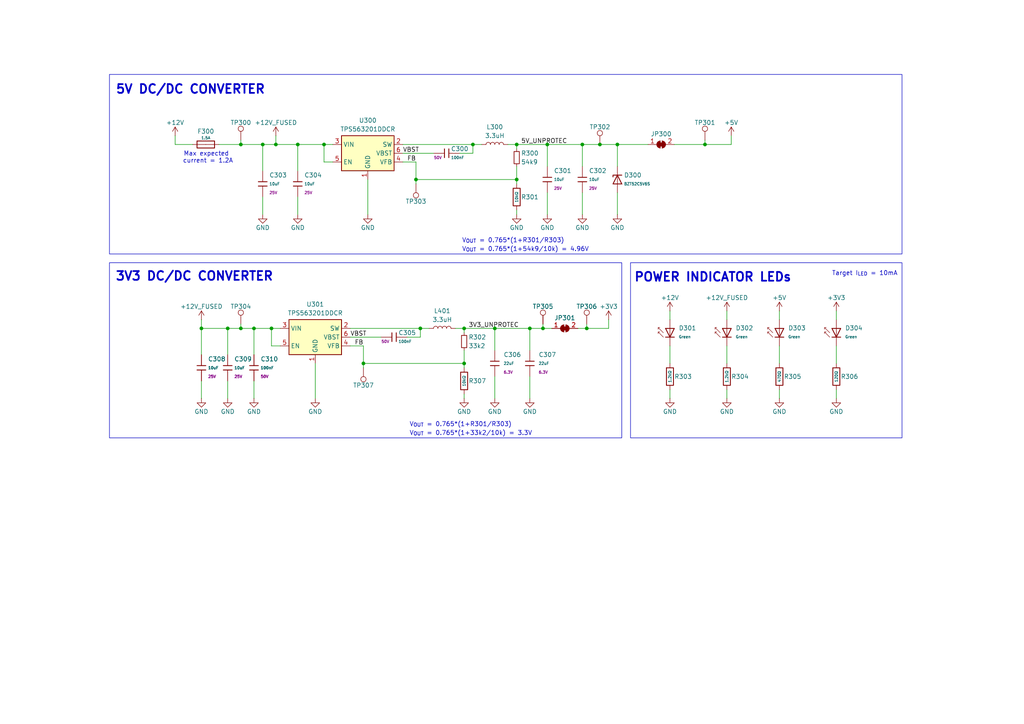
<source format=kicad_sch>
(kicad_sch (version 20231120) (generator "eeschema") (generator_version "8.0")
  (paper "A4")
  (title_block (title "ModuCard base module") (date "2024-12-23") (rev "1.0.0") (company "KoNaR") (comment 1 "Base project authors: Dominik Pluta, Artem Horiunov") (comment 2 "Project author: <author>"))
  (junction (at 86.36 41.91))
  (junction (at 179.07 41.91))
  (junction (at 170.18 95.25))
  (junction (at 73.66 95.25))
  (junction (at 157.48 95.25))
  (junction (at 134.62 95.25))
  (junction (at 93.98 41.91))
  (junction (at 69.85 95.25))
  (junction (at 76.2 41.91))
  (junction (at 78.74 95.25))
  (junction (at 149.86 41.91))
  (junction (at 58.42 95.25))
  (junction (at 66.04 95.25))
  (junction (at 149.86 52.07))
  (junction (at 137.16 41.91))
  (junction (at 168.91 41.91))
  (junction (at 173.99 41.91))
  (junction (at 120.65 52.07))
  (junction (at 153.67 95.25))
  (junction (at 134.62 105.41))
  (junction (at 143.51 95.25))
  (junction (at 80.01 41.91))
  (junction (at 105.41 105.41))
  (junction (at 121.92 95.25))
  (junction (at 204.47 41.91))
  (junction (at 158.75 41.91))
  (junction (at 69.85 41.91))
  (wire (pts (xy 167.64 95.25) (xy 170.18 95.25)))
  (wire (pts (xy 120.65 53.34) (xy 120.65 52.07)))
  (wire (pts (xy 149.86 62.23) (xy 149.86 60.96)))
  (wire (pts (xy 118.11 97.79) (xy 121.92 97.79)))
  (wire (pts (xy 134.62 95.25) (xy 143.51 95.25)))
  (wire (pts (xy 194.31 113.03) (xy 194.31 115.57)))
  (wire (pts (xy 134.62 101.6) (xy 134.62 105.41)))
  (wire (pts (xy 242.57 92.71) (xy 242.57 90.17)))
  (wire (pts (xy 226.06 113.03) (xy 226.06 115.57)))
  (wire (pts (xy 86.36 41.91) (xy 93.98 41.91)))
  (wire (pts (xy 168.91 41.91) (xy 173.99 41.91)))
  (wire (pts (xy 91.44 105.41) (xy 91.44 115.57)))
  (wire (pts (xy 69.85 93.98) (xy 69.85 95.25)))
  (wire (pts (xy 58.42 95.25) (xy 66.04 95.25)))
  (wire (pts (xy 226.06 92.71) (xy 226.06 90.17)))
  (wire (pts (xy 120.65 46.99) (xy 120.65 52.07)))
  (wire (pts (xy 194.31 105.41) (xy 194.31 100.33)))
  (wire (pts (xy 58.42 95.25) (xy 58.42 102.87)))
  (wire (pts (xy 69.85 40.64) (xy 69.85 41.91)))
  (wire (pts (xy 116.84 46.99) (xy 120.65 46.99)))
  (wire (pts (xy 101.6 95.25) (xy 121.92 95.25)))
  (wire (pts (xy 134.62 96.52) (xy 134.62 95.25)))
  (wire (pts (xy 133.35 44.45) (xy 137.16 44.45)))
  (wire (pts (xy 157.48 95.25) (xy 160.02 95.25)))
  (wire (pts (xy 157.48 93.98) (xy 157.48 95.25)))
  (wire (pts (xy 170.18 95.25) (xy 176.53 95.25)))
  (wire (pts (xy 116.84 41.91) (xy 137.16 41.91)))
  (wire (pts (xy 66.04 95.25) (xy 69.85 95.25)))
  (wire (pts (xy 73.66 95.25) (xy 73.66 102.87)))
  (wire (pts (xy 179.07 55.88) (xy 179.07 62.23)))
  (wire (pts (xy 121.92 97.79) (xy 121.92 95.25)))
  (wire (pts (xy 78.74 95.25) (xy 81.28 95.25)))
  (wire (pts (xy 116.84 44.45) (xy 125.73 44.45)))
  (wire (pts (xy 134.62 115.57) (xy 134.62 114.3)))
  (wire (pts (xy 210.82 113.03) (xy 210.82 115.57)))
  (wire (pts (xy 69.85 41.91) (xy 76.2 41.91)))
  (wire (pts (xy 66.04 110.49) (xy 66.04 115.57)))
  (wire (pts (xy 106.68 52.07) (xy 106.68 62.23)))
  (wire (pts (xy 143.51 95.25) (xy 153.67 95.25)))
  (wire (pts (xy 210.82 92.71) (xy 210.82 90.17)))
  (wire (pts (xy 168.91 41.91) (xy 168.91 48.26)))
  (wire (pts (xy 73.66 110.49) (xy 73.66 115.57)))
  (wire (pts (xy 194.31 92.71) (xy 194.31 90.17)))
  (wire (pts (xy 105.41 105.41) (xy 134.62 105.41)))
  (wire (pts (xy 50.8 41.91) (xy 55.88 41.91)))
  (wire (pts (xy 137.16 41.91) (xy 139.7 41.91)))
  (wire (pts (xy 101.6 100.33) (xy 105.41 100.33)))
  (wire (pts (xy 134.62 105.41) (xy 134.62 106.68)))
  (wire (pts (xy 50.8 39.37) (xy 50.8 41.91)))
  (wire (pts (xy 80.01 39.37) (xy 80.01 41.91)))
  (wire (pts (xy 168.91 55.88) (xy 168.91 62.23)))
  (wire (pts (xy 101.6 97.79) (xy 110.49 97.79)))
  (wire (pts (xy 105.41 100.33) (xy 105.41 105.41)))
  (wire (pts (xy 132.08 95.25) (xy 134.62 95.25)))
  (wire (pts (xy 149.86 41.91) (xy 158.75 41.91)))
  (wire (pts (xy 176.53 92.71) (xy 176.53 95.25)))
  (wire (pts (xy 73.66 95.25) (xy 78.74 95.25)))
  (wire (pts (xy 143.51 95.25) (xy 143.51 101.6)))
  (wire (pts (xy 204.47 40.64) (xy 204.47 41.91)))
  (wire (pts (xy 93.98 41.91) (xy 96.52 41.91)))
  (wire (pts (xy 179.07 41.91) (xy 179.07 48.26)))
  (wire (pts (xy 173.99 41.91) (xy 179.07 41.91)))
  (wire (pts (xy 158.75 55.88) (xy 158.75 62.23)))
  (wire (pts (xy 137.16 44.45) (xy 137.16 41.91)))
  (wire (pts (xy 149.86 43.18) (xy 149.86 41.91)))
  (wire (pts (xy 242.57 100.33) (xy 242.57 105.41)))
  (wire (pts (xy 58.42 92.71) (xy 58.42 95.25)))
  (wire (pts (xy 226.06 105.41) (xy 226.06 100.33)))
  (wire (pts (xy 76.2 41.91) (xy 80.01 41.91)))
  (wire (pts (xy 120.65 52.07) (xy 149.86 52.07)))
  (wire (pts (xy 121.92 95.25) (xy 124.46 95.25)))
  (wire (pts (xy 86.36 41.91) (xy 86.36 49.53)))
  (wire (pts (xy 153.67 95.25) (xy 153.67 101.6)))
  (wire (pts (xy 69.85 95.25) (xy 73.66 95.25)))
  (wire (pts (xy 80.01 41.91) (xy 86.36 41.91)))
  (wire (pts (xy 63.5 41.91) (xy 69.85 41.91)))
  (wire (pts (xy 153.67 109.22) (xy 153.67 115.57)))
  (wire (pts (xy 143.51 109.22) (xy 143.51 115.57)))
  (wire (pts (xy 86.36 57.15) (xy 86.36 62.23)))
  (wire (pts (xy 78.74 95.25) (xy 78.74 100.33)))
  (wire (pts (xy 158.75 41.91) (xy 168.91 41.91)))
  (wire (pts (xy 93.98 41.91) (xy 93.98 46.99)))
  (wire (pts (xy 149.86 52.07) (xy 149.86 53.34)))
  (wire (pts (xy 76.2 41.91) (xy 76.2 49.53)))
  (wire (pts (xy 242.57 113.03) (xy 242.57 115.57)))
  (wire (pts (xy 147.32 41.91) (xy 149.86 41.91)))
  (wire (pts (xy 210.82 105.41) (xy 210.82 100.33)))
  (wire (pts (xy 179.07 41.91) (xy 187.96 41.91)))
  (wire (pts (xy 204.47 41.91) (xy 212.09 41.91)))
  (wire (pts (xy 66.04 95.25) (xy 66.04 102.87)))
  (wire (pts (xy 153.67 95.25) (xy 157.48 95.25)))
  (wire (pts (xy 93.98 46.99) (xy 96.52 46.99)))
  (wire (pts (xy 105.41 106.68) (xy 105.41 105.41)))
  (wire (pts (xy 78.74 100.33) (xy 81.28 100.33)))
  (wire (pts (xy 76.2 57.15) (xy 76.2 62.23)))
  (wire (pts (xy 195.58 41.91) (xy 204.47 41.91)))
  (wire (pts (xy 149.86 48.26) (xy 149.86 52.07)))
  (wire (pts (xy 170.18 93.98) (xy 170.18 95.25)))
  (wire (pts (xy 212.09 39.37) (xy 212.09 41.91)))
  (wire (pts (xy 158.75 41.91) (xy 158.75 48.26)))
  (wire (pts (xy 58.42 110.49) (xy 58.42 115.57)))
  (rectangle (start 31.75 76.2) (end 180.34 127))
  (rectangle (start 182.88 76.2) (end 261.62 127))
  (rectangle (start 31.75 21.59) (end 261.62 73.66))
  (text "Target I_{LED} = 10mA" (at 250.825 79.375 0) (effects (font (size 1.27 1.27))))
  (text "V_{OUT} = 0.765*(1+33k2/10k) = 3.3V" (at 118.745 125.73 0) (effects (font (size 1.27 1.27)) (justify left)))
  (text "Max expected \ncurrent = 1.2A" (at 60.325 45.72 0) (effects (font (size 1.27 1.27))))
  (text "POWER INDICATOR LEDs" (at 206.756 80.518 0) (effects (font (size 2.54 2.54) (thickness 0.508) (bold yes))))
  (text "V_{OUT} = 0.765*(1+R301/R303)" (at 118.745 123.19 0) (effects (font (size 1.27 1.27)) (justify left)))
  (text "V_{OUT} = 0.765*(1+R301/R303)" (at 133.985 69.85 0) (effects (font (size 1.27 1.27)) (justify left)))
  (text "5V DC/DC CONVERTER" (at 55.245 26.035 0) (effects (font (size 2.54 2.54) (thickness 0.508) (bold yes))))
  (text "V_{OUT} = 0.765*(1+54k9/10k) = 4.96V" (at 133.985 72.39 0) (effects (font (size 1.27 1.27)) (justify left)))
  (text "3V3 DC/DC CONVERTER" (at 56.388 80.264 0) (effects (font (size 2.54 2.54) (thickness 0.508) (bold yes))))
  (label "3V3_UNPROTEC" (at 135.89 95.25 0))
  (label "5V_UNPROTEC" (at 151.13 41.91 0))
  (label "FB" (at 105.41 100.33 180))
  (label "VBST" (at 101.6 97.79 0))
  (label "FB" (at 120.65 46.99 180))
  (label "VBST" (at 116.84 44.45 0))
  (symbol (lib_id "power:GND") (at 158.75 62.23 0) (unit 1)
    (property "Reference" "#PWR0307" (effects (hide yes)))
    (property "Value" "GND" (at 158.75 66.04 0))
    (property "Description" "Power symbol creates a global label with name \"GND\" , ground" (effects (hide yes)))
  )
  (symbol (lib_id "PCM_JLCPCB-Capacitors:0603,10uF,(2)") (at 66.04 106.68 0) (unit 1)
    (property "Reference" "C309" (at 67.945 104.14 0) (effects (justify left)))
    (property "Value" "10uF" (at 67.945 106.6801 0) (effects (font (size 0.8 0.8)) (justify left)))
    (property "Footprint" "PCM_JLCPCB:C_0603" (effects (hide yes)))
    (property "Datasheet" "https://www.lcsc.com/datasheet/lcsc_datasheet_2304140030_Samsung-Electro-Mechanics-CL10A106MA8NRNC_C96446.pdf" (effects (hide yes)))
    (property "Description" "25V 10uF X5R ±20% 0603 Multilayer Ceramic Capacitors MLCC - SMD/SMT ROHS" (effects (hide yes)))
    (property "LCSC" "C96446" (effects (hide yes)))
    (property "Stock" "4293394" (effects (hide yes)))
    (property "Price" "0.017USD" (effects (hide yes)))
    (property "Process" "SMT" (effects (hide yes)))
    (property "Minimum Qty" "20" (effects (hide yes)))
    (property "Attrition Qty" "8" (effects (hide yes)))
    (property "Class" "Basic Component" (effects (hide yes)))
    (property "Category" "Capacitors,Multilayer Ceramic Capacitors MLCC - SMD/SMT" (effects (hide yes)))
    (property "Manufacturer" "Samsung Electro-Mechanics" (effects (hide yes)))
    (property "Part" "CL10A106MA8NRNC" (effects (hide yes)))
    (property "Voltage Rated" "25V" (at 67.945 109.2201 0) (effects (font (size 0.8 0.8)) (justify left)))
    (property "Tolerance" "±20%" (effects (hide yes)))
    (property "Capacitance" "10uF" (effects (hide yes)))
    (property "Temperature Coefficient" "X5R" (effects (hide yes)))
  )
  (symbol (lib_id "Connector:TestPoint") (at 120.65 53.34 180) (unit 1)
    (property "Reference" "TP303" (at 120.65 58.42 0))
    (property "Value" "Buck Feedback" (effects (hide yes)))
    (property "Description" "test point" (effects (hide yes)))
  )
  (symbol (lib_id "power:+12V") (at 80.01 39.37 0) (unit 1)
    (property "Reference" "#PWR0301" (effects (hide yes)))
    (property "Value" "+12V_FUSED" (at 80.01 35.56 0))
    (property "Description" "Power symbol creates a global label with name \"+12V\"" (effects (hide yes)))
  )
  (symbol (lib_id "Regulator_Switching:TPS563200") (at 91.44 97.79 0) (unit 1)
    (property "Reference" "U301" (at 91.44 88.265 0))
    (property "Value" "TPS563201DDCR" (at 91.44 90.805 0))
    (property "Footprint" "Package_TO_SOT_SMD:SOT-23-6" (effects (hide yes)))
    (property "Datasheet" "http://www.ti.com/lit/ds/symlink/tps563200.pdf" (effects (hide yes)))
    (property "Description" "3A Synchronous Step-Down Voltage Regulator, Adjustable Output Voltage, 4.5-17V Input Voltage, SOT-23-6" (effects (hide yes)))
  )
  (symbol (lib_id "PCM_JLCPCB-Capacitors:0603,10uF,(2)") (at 58.42 106.68 0) (unit 1)
    (property "Reference" "C308" (at 60.325 104.14 0) (effects (justify left)))
    (property "Value" "10uF" (at 60.325 106.6801 0) (effects (font (size 0.8 0.8)) (justify left)))
    (property "Footprint" "PCM_JLCPCB:C_0603" (effects (hide yes)))
    (property "Datasheet" "https://www.lcsc.com/datasheet/lcsc_datasheet_2304140030_Samsung-Electro-Mechanics-CL10A106MA8NRNC_C96446.pdf" (effects (hide yes)))
    (property "Description" "25V 10uF X5R ±20% 0603 Multilayer Ceramic Capacitors MLCC - SMD/SMT ROHS" (effects (hide yes)))
    (property "LCSC" "C96446" (effects (hide yes)))
    (property "Stock" "4293394" (effects (hide yes)))
    (property "Price" "0.017USD" (effects (hide yes)))
    (property "Process" "SMT" (effects (hide yes)))
    (property "Minimum Qty" "20" (effects (hide yes)))
    (property "Attrition Qty" "8" (effects (hide yes)))
    (property "Class" "Basic Component" (effects (hide yes)))
    (property "Category" "Capacitors,Multilayer Ceramic Capacitors MLCC - SMD/SMT" (effects (hide yes)))
    (property "Manufacturer" "Samsung Electro-Mechanics" (effects (hide yes)))
    (property "Part" "CL10A106MA8NRNC" (effects (hide yes)))
    (property "Voltage Rated" "25V" (at 60.325 109.2201 0) (effects (font (size 0.8 0.8)) (justify left)))
    (property "Tolerance" "±20%" (effects (hide yes)))
    (property "Capacitance" "10uF" (effects (hide yes)))
    (property "Temperature Coefficient" "X5R" (effects (hide yes)))
  )
  (symbol (lib_id "Connector:TestPoint") (at 69.85 40.64 0) (unit 1)
    (property "Reference" "TP300" (at 69.85 35.56 0))
    (property "Value" "TestPoint" (effects (hide yes)))
    (property "Footprint" "TestPoint:TestPoint_Pad_D1.0mm" (effects (hide yes)))
    (property "Description" "test point" (effects (hide yes)))
  )
  (symbol (lib_id "PCM_JLCPCB-Diodes:LED,0603,Green") (at 194.31 96.52 0) (unit 1)
    (property "Reference" "D301" (at 196.85 95.1546 0) (effects (justify left)))
    (property "Value" "Green" (at 196.85 97.6947 0) (effects (font (size 0.8 0.8)) (justify left)))
    (property "Footprint" "PCM_JLCPCB:D_0603" (effects (hide yes)))
    (property "Datasheet" "https://wmsc.lcsc.com/wmsc/upload/file/pdf/v2/lcsc/2207051802_Everlight-Elec-19-217-GHC-YR1S2-6T_C2986059.pdf" (effects (hide yes)))
    (property "Description" "0603 LED Indication - Discrete ROHS" (effects (hide yes)))
    (property "LCSC" "C2986059" (effects (hide yes)))
    (property "Stock" "229216" (effects (hide yes)))
    (property "Price" "0.022USD" (effects (hide yes)))
    (property "Process" "SMT" (effects (hide yes)))
    (property "Minimum Qty" "20" (effects (hide yes)))
    (property "Attrition Qty" "8" (effects (hide yes)))
    (property "Class" "Preferred Component" (effects (hide yes)))
    (property "Category" "Optocoupler/LED/Digital Tube/Photoelectric Device,Light Emitting Diodes (LED)" (effects (hide yes)))
    (property "Manufacturer" "Everlight Elec" (effects (hide yes)))
    (property "Part" "19-217/GHC-YR1S2/6T" (effects (hide yes)))
  )
  (symbol (lib_id "power:GND") (at 179.07 62.23 0) (unit 1)
    (property "Reference" "#PWR0309" (effects (hide yes)))
    (property "Value" "GND" (at 179.07 66.04 0))
    (property "Description" "Power symbol creates a global label with name \"GND\" , ground" (effects (hide yes)))
  )
  (symbol (lib_id "power:+12V") (at 210.82 90.17 0) (unit 1)
    (property "Reference" "#PWR0311" (effects (hide yes)))
    (property "Value" "+12V_FUSED" (at 210.82 86.36 0))
    (property "Description" "Power symbol creates a global label with name \"+12V\"" (effects (hide yes)))
  )
  (symbol (lib_id "power:GND") (at 106.68 62.23 0) (unit 1)
    (property "Reference" "#PWR0305" (effects (hide yes)))
    (property "Value" "GND" (at 106.68 66.04 0))
    (property "Description" "Power symbol creates a global label with name \"GND\" , ground" (effects (hide yes)))
  )
  (symbol (lib_id "PCM_JLCPCB-Capacitors:0603,10uF,(2)") (at 76.2 53.34 0) (unit 1)
    (property "Reference" "C303" (at 78.105 50.8 0) (effects (justify left)))
    (property "Value" "10uF" (at 78.105 53.3401 0) (effects (font (size 0.8 0.8)) (justify left)))
    (property "Footprint" "PCM_JLCPCB:C_0603" (effects (hide yes)))
    (property "Datasheet" "https://www.lcsc.com/datasheet/lcsc_datasheet_2304140030_Samsung-Electro-Mechanics-CL10A106MA8NRNC_C96446.pdf" (effects (hide yes)))
    (property "Description" "25V 10uF X5R ±20% 0603 Multilayer Ceramic Capacitors MLCC - SMD/SMT ROHS" (effects (hide yes)))
    (property "LCSC" "C96446" (effects (hide yes)))
    (property "Stock" "4293394" (effects (hide yes)))
    (property "Price" "0.017USD" (effects (hide yes)))
    (property "Process" "SMT" (effects (hide yes)))
    (property "Minimum Qty" "20" (effects (hide yes)))
    (property "Attrition Qty" "8" (effects (hide yes)))
    (property "Class" "Basic Component" (effects (hide yes)))
    (property "Category" "Capacitors,Multilayer Ceramic Capacitors MLCC - SMD/SMT" (effects (hide yes)))
    (property "Manufacturer" "Samsung Electro-Mechanics" (effects (hide yes)))
    (property "Part" "CL10A106MA8NRNC" (effects (hide yes)))
    (property "Voltage Rated" "25V" (at 78.105 55.8801 0) (effects (font (size 0.8 0.8)) (justify left)))
    (property "Tolerance" "±20%" (effects (hide yes)))
    (property "Capacitance" "10uF" (effects (hide yes)))
    (property "Temperature Coefficient" "X5R" (effects (hide yes)))
  )
  (symbol (lib_id "PCM_JLCPCB-Capacitors:0402,100nF,(2)") (at 114.3 97.79 90) (unit 1)
    (property "Reference" "C305" (at 118.11 96.52 90))
    (property "Value" "100nF" (at 117.475 99.06 90) (effects (font (size 0.8 0.8))))
    (property "Footprint" "PCM_JLCPCB:C_0402" (effects (hide yes)))
    (property "Datasheet" "https://www.lcsc.com/datasheet/lcsc_datasheet_2304140030_Samsung-Electro-Mechanics-CL05B104KB54PNC_C307331.pdf" (effects (hide yes)))
    (property "Description" "50V 100nF X7R ±10% 0402 Multilayer Ceramic Capacitors MLCC - SMD/SMT ROHS" (effects (hide yes)))
    (property "LCSC" "C307331" (effects (hide yes)))
    (property "Stock" "5427590" (effects (hide yes)))
    (property "Price" "0.008USD" (effects (hide yes)))
    (property "Process" "SMT" (effects (hide yes)))
    (property "Minimum Qty" "20" (effects (hide yes)))
    (property "Attrition Qty" "10" (effects (hide yes)))
    (property "Class" "Basic Component" (effects (hide yes)))
    (property "Category" "Capacitors,Multilayer Ceramic Capacitors MLCC - SMD/SMT" (effects (hide yes)))
    (property "Manufacturer" "Samsung Electro-Mechanics" (effects (hide yes)))
    (property "Part" "CL05B104KB54PNC" (effects (hide yes)))
    (property "Voltage Rated" "50V" (at 111.76 99.06 90) (effects (font (size 0.8 0.8))))
    (property "Tolerance" "±10%" (effects (hide yes)))
    (property "Capacitance" "100nF" (effects (hide yes)))
    (property "Temperature Coefficient" "X7R" (effects (hide yes)))
  )
  (symbol (lib_id "Connector:TestPoint") (at 204.47 40.64 0) (unit 1)
    (property "Reference" "TP301" (at 204.47 35.56 0))
    (property "Value" "TestPoint" (effects (hide yes)))
    (property "Footprint" "TestPoint:TestPoint_Pad_D1.0mm" (effects (hide yes)))
    (property "Description" "test point" (effects (hide yes)))
  )
  (symbol (lib_id "power:+12V") (at 58.42 92.71 0) (unit 1)
    (property "Reference" "#PWR0314" (effects (hide yes)))
    (property "Value" "+12V_FUSED" (at 58.42 88.9 0))
    (property "Description" "Power symbol creates a global label with name \"+12V\"" (effects (hide yes)))
  )
  (symbol (lib_id "PCM_JLCPCB-Capacitors:0402,100nF,(2)") (at 73.66 106.68 180) (unit 1)
    (property "Reference" "C310" (at 75.565 104.14 0) (effects (justify right)))
    (property "Value" "100nF" (at 75.565 106.68 0) (effects (font (size 0.8 0.8)) (justify right)))
    (property "Footprint" "PCM_JLCPCB:C_0402" (effects (hide yes)))
    (property "Datasheet" "https://www.lcsc.com/datasheet/lcsc_datasheet_2304140030_Samsung-Electro-Mechanics-CL05B104KB54PNC_C307331.pdf" (effects (hide yes)))
    (property "Description" "50V 100nF X7R ±10% 0402 Multilayer Ceramic Capacitors MLCC - SMD/SMT ROHS" (effects (hide yes)))
    (property "LCSC" "C307331" (effects (hide yes)))
    (property "Stock" "5427590" (effects (hide yes)))
    (property "Price" "0.008USD" (effects (hide yes)))
    (property "Process" "SMT" (effects (hide yes)))
    (property "Minimum Qty" "20" (effects (hide yes)))
    (property "Attrition Qty" "10" (effects (hide yes)))
    (property "Class" "Basic Component" (effects (hide yes)))
    (property "Category" "Capacitors,Multilayer Ceramic Capacitors MLCC - SMD/SMT" (effects (hide yes)))
    (property "Manufacturer" "Samsung Electro-Mechanics" (effects (hide yes)))
    (property "Part" "CL05B104KB54PNC" (effects (hide yes)))
    (property "Voltage Rated" "50V" (at 75.565 109.22 0) (effects (font (size 0.8 0.8)) (justify right)))
    (property "Tolerance" "±10%" (effects (hide yes)))
    (property "Capacitance" "100nF" (effects (hide yes)))
    (property "Temperature Coefficient" "X7R" (effects (hide yes)))
  )
  (symbol (lib_id "Device:L") (at 128.27 95.25 90) (unit 1)
    (property "Reference" "L401" (at 128.27 90.17 90))
    (property "Value" "3.3uH" (at 128.27 92.71 90))
    (property "Footprint" "Inductor_SMD:L_Changjiang_FXL0420" (effects (hide yes)))
    (property "Description" "DMBJ CXP0420-3R3M-AG(3.3UH)" (effects (hide yes)))
  )
  (symbol (lib_id "power:GND") (at 242.57 115.57 0) (unit 1)
    (property "Reference" "#PWR0326" (effects (hide yes)))
    (property "Value" "GND" (at 242.57 119.38 0))
    (property "Description" "Power symbol creates a global label with name \"GND\" , ground" (effects (hide yes)))
  )
  (symbol (lib_id "power:+12V") (at 194.31 90.17 0) (unit 1)
    (property "Reference" "#PWR0310" (effects (hide yes)))
    (property "Value" "+12V" (at 194.31 86.36 0))
    (property "Description" "Power symbol creates a global label with name \"+12V\"" (effects (hide yes)))
  )
  (symbol (lib_id "power:GND") (at 194.31 115.57 0) (unit 1)
    (property "Reference" "#PWR0323" (effects (hide yes)))
    (property "Value" "GND" (at 194.31 119.38 0))
    (property "Description" "Power symbol creates a global label with name \"GND\" , ground" (effects (hide yes)))
  )
  (symbol (lib_id "power:GND") (at 168.91 62.23 0) (unit 1)
    (property "Reference" "#PWR0308" (effects (hide yes)))
    (property "Value" "GND" (at 168.91 66.04 0))
    (property "Description" "Power symbol creates a global label with name \"GND\" , ground" (effects (hide yes)))
  )
  (symbol (lib_id "Jumper:SolderJumper_2_Bridged") (at 163.83 95.25 0) (unit 1)
    (property "Reference" "JP301" (at 163.83 92.202 0))
    (property "Value" "Test Buck Vout" (effects (hide yes)))
    (property "Footprint" "Jumper:SolderJumper-2_P1.3mm_Open_TrianglePad1.0x1.5mm" (effects (hide yes)))
    (property "Description" "Solder Jumper, 2-pole, closed/bridged" (effects (hide yes)))
  )
  (symbol (lib_id "power:GND") (at 58.42 115.57 0) (unit 1)
    (property "Reference" "#PWR0316" (effects (hide yes)))
    (property "Value" "GND" (at 58.42 119.38 0))
    (property "Description" "Power symbol creates a global label with name \"GND\" , ground" (effects (hide yes)))
  )
  (symbol (lib_id "PCM_JLCPCB-Capacitors:0603,22uF") (at 143.51 105.41 0) (unit 1)
    (property "Reference" "C306" (at 146.05 102.8699 0) (effects (justify left)))
    (property "Value" "22uF" (at 146.05 105.41 0) (effects (font (size 0.8 0.8)) (justify left)))
    (property "Footprint" "PCM_JLCPCB:C_0603" (effects (hide yes)))
    (property "Datasheet" "https://www.lcsc.com/datasheet/lcsc_datasheet_2304140030_Samsung-Electro-Mechanics-CL10A226MQ8NRNC_C59461.pdf" (effects (hide yes)))
    (property "Description" "6.3V 22uF X5R ±20% 0603 Multilayer Ceramic Capacitors MLCC - SMD/SMT ROHS" (effects (hide yes)))
    (property "LCSC" "C59461" (effects (hide yes)))
    (property "Stock" "6715457" (effects (hide yes)))
    (property "Price" "0.010USD" (effects (hide yes)))
    (property "Process" "SMT" (effects (hide yes)))
    (property "Minimum Qty" "20" (effects (hide yes)))
    (property "Attrition Qty" "10" (effects (hide yes)))
    (property "Class" "Basic Component" (effects (hide yes)))
    (property "Category" "Capacitors,Multilayer Ceramic Capacitors MLCC - SMD/SMT" (effects (hide yes)))
    (property "Manufacturer" "Samsung Electro-Mechanics" (effects (hide yes)))
    (property "Part" "CL10A226MQ8NRNC" (effects (hide yes)))
    (property "Voltage Rated" "6.3V" (at 146.05 107.95 0) (effects (font (size 0.8 0.8)) (justify left)))
    (property "Tolerance" "±20%" (effects (hide yes)))
    (property "Capacitance" "22uF" (effects (hide yes)))
    (property "Temperature Coefficient" "X5R" (effects (hide yes)))
  )
  (symbol (lib_id "power:+5V") (at 226.06 90.17 0) (unit 1)
    (property "Reference" "#PWR0312" (effects (hide yes)))
    (property "Value" "+5V" (at 226.06 86.36 0))
    (property "Description" "Power symbol creates a global label with name \"+5V\"" (effects (hide yes)))
  )
  (symbol (lib_id "Connector:TestPoint") (at 105.41 106.68 180) (unit 1)
    (property "Reference" "TP307" (at 105.41 111.76 0))
    (property "Value" "Buck Feedback" (effects (hide yes)))
    (property "Description" "test point" (effects (hide yes)))
  )
  (symbol (lib_id "Jumper:SolderJumper_2_Bridged") (at 191.77 41.91 0) (unit 1)
    (property "Reference" "JP300" (at 191.77 38.862 0))
    (property "Value" "Test Buck Vout" (effects (hide yes)))
    (property "Footprint" "Jumper:SolderJumper-2_P1.3mm_Open_TrianglePad1.0x1.5mm" (effects (hide yes)))
    (property "Description" "Solder Jumper, 2-pole, closed/bridged" (effects (hide yes)))
  )
  (symbol (lib_id "PCM_JLCPCB-Diodes:LED,0603,Green") (at 226.06 96.52 0) (unit 1)
    (property "Reference" "D303" (at 228.6 95.1546 0) (effects (justify left)))
    (property "Value" "Green" (at 228.6 97.6947 0) (effects (font (size 0.8 0.8)) (justify left)))
    (property "Footprint" "PCM_JLCPCB:D_0603" (effects (hide yes)))
    (property "Datasheet" "https://wmsc.lcsc.com/wmsc/upload/file/pdf/v2/lcsc/2207051802_Everlight-Elec-19-217-GHC-YR1S2-6T_C2986059.pdf" (effects (hide yes)))
    (property "Description" "0603 LED Indication - Discrete ROHS" (effects (hide yes)))
    (property "LCSC" "C2986059" (effects (hide yes)))
    (property "Stock" "229216" (effects (hide yes)))
    (property "Price" "0.022USD" (effects (hide yes)))
    (property "Process" "SMT" (effects (hide yes)))
    (property "Minimum Qty" "20" (effects (hide yes)))
    (property "Attrition Qty" "8" (effects (hide yes)))
    (property "Class" "Preferred Component" (effects (hide yes)))
    (property "Category" "Optocoupler/LED/Digital Tube/Photoelectric Device,Light Emitting Diodes (LED)" (effects (hide yes)))
    (property "Manufacturer" "Everlight Elec" (effects (hide yes)))
    (property "Part" "19-217/GHC-YR1S2/6T" (effects (hide yes)))
  )
  (symbol (lib_id "power:+12V") (at 50.8 39.37 0) (unit 1)
    (property "Reference" "#PWR0300" (effects (hide yes)))
    (property "Value" "+12V" (at 50.8 35.56 0))
    (property "Description" "Power symbol creates a global label with name \"+12V\"" (effects (hide yes)))
  )
  (symbol (lib_id "PCM_JLCPCB-Diodes:Zener,BZT52C5V6S") (at 179.07 52.07 180) (unit 1)
    (property "Reference" "D300" (at 180.975 50.8 0) (effects (justify right)))
    (property "Value" "BZT52C5V6S" (at 180.975 53.3401 0) (effects (font (size 0.8 0.8)) (justify right)))
    (property "Footprint" "PCM_JLCPCB:D_SOD-323" (effects (hide yes)))
    (property "Datasheet" "https://wmsc.lcsc.com/wmsc/upload/file/pdf/v2/lcsc/2403280430_hongjiacheng-BZT52C5V6S_C19077441.pdf" (effects (hide yes)))
    (property "Description" "Independent Type 5.2V~6V 200mW 5.6V SOD-323 Zener Diodes ROHS" (effects (hide yes)))
    (property "LCSC" "C19077441" (effects (hide yes)))
    (property "Stock" "43633" (effects (hide yes)))
    (property "Price" "0.017USD" (effects (hide yes)))
    (property "Process" "SMT" (effects (hide yes)))
    (property "Minimum Qty" "20" (effects (hide yes)))
    (property "Attrition Qty" "6" (effects (hide yes)))
    (property "Class" "Preferred Component" (effects (hide yes)))
    (property "Category" "Diodes,Zener Diodes" (effects (hide yes)))
    (property "Manufacturer" "hongjiacheng" (effects (hide yes)))
    (property "Part" "BZT52C5V6S" (effects (hide yes)))
    (property "Power Dissipation" "200mW" (effects (hide yes)))
    (property "Zener Impedance (Zzt)" "40Ω" (effects (hide yes)))
    (property "Diode Configuration" "Single" (effects (hide yes)))
    (property "Zener Voltage (Range)" "5.2V~6V" (effects (hide yes)))
    (property "Zener Voltage (Nom)" "5.6V" (effects (hide yes)))
    (property "Reverse Leakage Current (Ir)" "1uA@2V" (effects (hide yes)))
  )
  (symbol (lib_id "power:GND") (at 73.66 115.57 0) (unit 1)
    (property "Reference" "#PWR0318" (effects (hide yes)))
    (property "Value" "GND" (at 73.66 119.38 0))
    (property "Description" "Power symbol creates a global label with name \"GND\" , ground" (effects (hide yes)))
  )
  (symbol (lib_id "power:+5V") (at 212.09 39.37 0) (unit 1)
    (property "Reference" "#PWR0302" (effects (hide yes)))
    (property "Value" "+5V" (at 212.09 35.56 0))
    (property "Description" "Power symbol creates a global label with name \"+5V\"" (effects (hide yes)))
  )
  (symbol (lib_id "power:GND") (at 66.04 115.57 0) (unit 1)
    (property "Reference" "#PWR0317" (effects (hide yes)))
    (property "Value" "GND" (at 66.04 119.38 0))
    (property "Description" "Power symbol creates a global label with name \"GND\" , ground" (effects (hide yes)))
  )
  (symbol (lib_id "PCM_JLCPCB-Capacitors:0603,22uF") (at 153.67 105.41 0) (unit 1)
    (property "Reference" "C307" (at 156.21 102.8699 0) (effects (justify left)))
    (property "Value" "22uF" (at 156.21 105.41 0) (effects (font (size 0.8 0.8)) (justify left)))
    (property "Footprint" "PCM_JLCPCB:C_0603" (effects (hide yes)))
    (property "Datasheet" "https://www.lcsc.com/datasheet/lcsc_datasheet_2304140030_Samsung-Electro-Mechanics-CL10A226MQ8NRNC_C59461.pdf" (effects (hide yes)))
    (property "Description" "6.3V 22uF X5R ±20% 0603 Multilayer Ceramic Capacitors MLCC - SMD/SMT ROHS" (effects (hide yes)))
    (property "LCSC" "C59461" (effects (hide yes)))
    (property "Stock" "6715457" (effects (hide yes)))
    (property "Price" "0.010USD" (effects (hide yes)))
    (property "Process" "SMT" (effects (hide yes)))
    (property "Minimum Qty" "20" (effects (hide yes)))
    (property "Attrition Qty" "10" (effects (hide yes)))
    (property "Class" "Basic Component" (effects (hide yes)))
    (property "Category" "Capacitors,Multilayer Ceramic Capacitors MLCC - SMD/SMT" (effects (hide yes)))
    (property "Manufacturer" "Samsung Electro-Mechanics" (effects (hide yes)))
    (property "Part" "CL10A226MQ8NRNC" (effects (hide yes)))
    (property "Voltage Rated" "6.3V" (at 156.21 107.95 0) (effects (font (size 0.8 0.8)) (justify left)))
    (property "Tolerance" "±20%" (effects (hide yes)))
    (property "Capacitance" "22uF" (effects (hide yes)))
    (property "Temperature Coefficient" "X5R" (effects (hide yes)))
  )
  (symbol (lib_id "power:GND") (at 153.67 115.57 0) (unit 1)
    (property "Reference" "#PWR0322" (effects (hide yes)))
    (property "Value" "GND" (at 153.67 119.38 0))
    (property "Description" "Power symbol creates a global label with name \"GND\" , ground" (effects (hide yes)))
  )
  (symbol (lib_id "power:GND") (at 226.06 115.57 0) (unit 1)
    (property "Reference" "#PWR0325" (effects (hide yes)))
    (property "Value" "GND" (at 226.06 119.38 0))
    (property "Description" "Power symbol creates a global label with name \"GND\" , ground" (effects (hide yes)))
  )
  (symbol (lib_id "power:GND") (at 91.44 115.57 0) (unit 1)
    (property "Reference" "#PWR0319" (effects (hide yes)))
    (property "Value" "GND" (at 91.44 119.38 0))
    (property "Description" "Power symbol creates a global label with name \"GND\" , ground" (effects (hide yes)))
  )
  (symbol (lib_id "power:GND") (at 134.62 115.57 0) (unit 1)
    (property "Reference" "#PWR0320" (effects (hide yes)))
    (property "Value" "GND" (at 134.62 119.38 0))
    (property "Description" "Power symbol creates a global label with name \"GND\" , ground" (effects (hide yes)))
  )
  (symbol (lib_id "PCM_JLCPCB-Resistors:0402,10kΩ") (at 134.62 110.49 0) (unit 1)
    (property "Reference" "R307" (at 135.89 110.49 0) (effects (justify left)))
    (property "Value" "10kΩ" (at 134.62 110.49 90) (effects (font (size 0.8 0.8))))
    (property "Footprint" "PCM_JLCPCB:R_0402" (effects (hide yes)))
    (property "Datasheet" "https://www.lcsc.com/datasheet/lcsc_datasheet_2411221126_UNI-ROYAL-Uniroyal-Elec-0402WGF1002TCE_C25744.pdf" (effects (hide yes)))
    (property "Description" "62.5mW Thick Film Resistors 50V ±100ppm/°C ±1% 10kΩ 0402 Chip Resistor - Surface Mount ROHS" (effects (hide yes)))
    (property "LCSC" "C25744" (effects (hide yes)))
    (property "Stock" "7034931" (effects (hide yes)))
    (property "Price" "0.004USD" (effects (hide yes)))
    (property "Process" "SMT" (effects (hide yes)))
    (property "Minimum Qty" "5" (effects (hide yes)))
    (property "Attrition Qty" "0" (effects (hide yes)))
    (property "Class" "Basic Component" (effects (hide yes)))
    (property "Category" "Resistors,Chip Resistor - Surface Mount" (effects (hide yes)))
    (property "Manufacturer" "UNI-ROYAL(Uniroyal Elec)" (effects (hide yes)))
    (property "Part" "0402WGF1002TCE" (effects (hide yes)))
    (property "Resistance" "10kΩ" (effects (hide yes)))
    (property "Power(Watts)" "62.5mW" (effects (hide yes)))
    (property "Type" "Thick Film Resistors" (effects (hide yes)))
    (property "Overload Voltage (Max)" "50V" (effects (hide yes)))
    (property "Operating Temperature Range" "-55°C~+155°C" (effects (hide yes)))
    (property "Tolerance" "±1%" (effects (hide yes)))
    (property "Temperature Coefficient" "±100ppm/°C" (effects (hide yes)))
  )
  (symbol (lib_id "PCM_JLCPCB-Resistors:0402,1.2kΩ") (at 194.31 109.22 0) (unit 1)
    (property "Reference" "R303" (at 195.58 109.22 0) (effects (justify left)))
    (property "Value" "1.2kΩ" (at 194.31 109.22 90) (effects (font (size 0.8 0.8))))
    (property "Footprint" "PCM_JLCPCB:R_0402" (effects (hide yes)))
    (property "Datasheet" "https://www.lcsc.com/datasheet/lcsc_datasheet_2206010045_UNI-ROYAL-Uniroyal-Elec-0402WGF1201TCE_C25862.pdf" (effects (hide yes)))
    (property "Description" "62.5mW Thick Film Resistors 50V ±100ppm/°C ±1% 1.2kΩ 0402 Chip Resistor - Surface Mount ROHS" (effects (hide yes)))
    (property "LCSC" "C25862" (effects (hide yes)))
    (property "Stock" "236021" (effects (hide yes)))
    (property "Price" "0.004USD" (effects (hide yes)))
    (property "Process" "SMT" (effects (hide yes)))
    (property "Minimum Qty" "20" (effects (hide yes)))
    (property "Attrition Qty" "10" (effects (hide yes)))
    (property "Class" "Preferred Component" (effects (hide yes)))
    (property "Category" "Resistors,Chip Resistor - Surface Mount" (effects (hide yes)))
    (property "Manufacturer" "UNI-ROYAL(Uniroyal Elec)" (effects (hide yes)))
    (property "Part" "0402WGF1201TCE" (effects (hide yes)))
    (property "Resistance" "1.2kΩ" (effects (hide yes)))
    (property "Power(Watts)" "62.5mW" (effects (hide yes)))
    (property "Type" "Thick Film Resistors" (effects (hide yes)))
    (property "Overload Voltage (Max)" "50V" (effects (hide yes)))
    (property "Operating Temperature Range" "-55°C~+155°C" (effects (hide yes)))
    (property "Tolerance" "±1%" (effects (hide yes)))
    (property "Temperature Coefficient" "±100ppm/°C" (effects (hide yes)))
  )
  (symbol (lib_id "power:GND") (at 86.36 62.23 0) (unit 1)
    (property "Reference" "#PWR0304" (effects (hide yes)))
    (property "Value" "GND" (at 86.36 66.04 0))
    (property "Description" "Power symbol creates a global label with name \"GND\" , ground" (effects (hide yes)))
  )
  (symbol (lib_id "Device:R_Small") (at 149.86 45.72 0) (unit 1)
    (property "Reference" "R300" (at 151.13 44.45 0) (effects (justify left)))
    (property "Value" "54k9" (at 151.13 46.99 0) (effects (justify left)))
    (property "Footprint" "PCM_JLCPCB:R_0402" (effects (hide yes)))
    (property "Description" "Resistor, small symbol" (effects (hide yes)))
  )
  (symbol (lib_id "Connector:TestPoint") (at 170.18 93.98 0) (unit 1)
    (property "Reference" "TP306" (at 170.18 88.9 0))
    (property "Value" "TestPoint" (effects (hide yes)))
    (property "Footprint" "TestPoint:TestPoint_Pad_D1.0mm" (effects (hide yes)))
    (property "Description" "test point" (effects (hide yes)))
  )
  (symbol (lib_id "PCM_JLCPCB-Resistors:0402,470Ω") (at 226.06 109.22 0) (unit 1)
    (property "Reference" "R305" (at 227.33 109.22 0) (effects (justify left)))
    (property "Value" "470Ω" (at 226.06 109.22 90) (effects (font (size 0.8 0.8))))
    (property "Footprint" "PCM_JLCPCB:R_0402" (effects (hide yes)))
    (property "Datasheet" "https://www.lcsc.com/datasheet/lcsc_datasheet_2205311900_UNI-ROYAL-Uniroyal-Elec-0402WGF4700TCE_C25117.pdf" (effects (hide yes)))
    (property "Description" "62.5mW Thick Film Resistors 50V ±100ppm/°C ±1% 470Ω 0402 Chip Resistor - Surface Mount ROHS" (effects (hide yes)))
    (property "LCSC" "C25117" (effects (hide yes)))
    (property "Stock" "1552346" (effects (hide yes)))
    (property "Price" "0.004USD" (effects (hide yes)))
    (property "Process" "SMT" (effects (hide yes)))
    (property "Minimum Qty" "20" (effects (hide yes)))
    (property "Attrition Qty" "10" (effects (hide yes)))
    (property "Class" "Basic Component" (effects (hide yes)))
    (property "Category" "Resistors,Chip Resistor - Surface Mount" (effects (hide yes)))
    (property "Manufacturer" "UNI-ROYAL(Uniroyal Elec)" (effects (hide yes)))
    (property "Part" "0402WGF4700TCE" (effects (hide yes)))
    (property "Resistance" "470Ω" (effects (hide yes)))
    (property "Power(Watts)" "62.5mW" (effects (hide yes)))
    (property "Type" "Thick Film Resistors" (effects (hide yes)))
    (property "Overload Voltage (Max)" "50V" (effects (hide yes)))
    (property "Operating Temperature Range" "-55°C~+155°C" (effects (hide yes)))
    (property "Tolerance" "±1%" (effects (hide yes)))
    (property "Temperature Coefficient" "±100ppm/°C" (effects (hide yes)))
  )
  (symbol (lib_id "PCM_JLCPCB-Capacitors:0603,10uF,(2)") (at 158.75 52.07 0) (unit 1)
    (property "Reference" "C301" (at 160.655 49.53 0) (effects (justify left)))
    (property "Value" "10uF" (at 160.655 52.0701 0) (effects (font (size 0.8 0.8)) (justify left)))
    (property "Footprint" "PCM_JLCPCB:C_0603" (effects (hide yes)))
    (property "Datasheet" "https://www.lcsc.com/datasheet/lcsc_datasheet_2304140030_Samsung-Electro-Mechanics-CL10A106MA8NRNC_C96446.pdf" (effects (hide yes)))
    (property "Description" "25V 10uF X5R ±20% 0603 Multilayer Ceramic Capacitors MLCC - SMD/SMT ROHS" (effects (hide yes)))
    (property "LCSC" "C96446" (effects (hide yes)))
    (property "Stock" "4293394" (effects (hide yes)))
    (property "Price" "0.017USD" (effects (hide yes)))
    (property "Process" "SMT" (effects (hide yes)))
    (property "Minimum Qty" "20" (effects (hide yes)))
    (property "Attrition Qty" "8" (effects (hide yes)))
    (property "Class" "Basic Component" (effects (hide yes)))
    (property "Category" "Capacitors,Multilayer Ceramic Capacitors MLCC - SMD/SMT" (effects (hide yes)))
    (property "Manufacturer" "Samsung Electro-Mechanics" (effects (hide yes)))
    (property "Part" "CL10A106MA8NRNC" (effects (hide yes)))
    (property "Voltage Rated" "25V" (at 160.655 54.6101 0) (effects (font (size 0.8 0.8)) (justify left)))
    (property "Tolerance" "±20%" (effects (hide yes)))
    (property "Capacitance" "10uF" (effects (hide yes)))
    (property "Temperature Coefficient" "X5R" (effects (hide yes)))
  )
  (symbol (lib_id "Device:L") (at 143.51 41.91 90) (unit 1)
    (property "Reference" "L300" (at 143.51 36.83 90))
    (property "Value" "3.3uH" (at 143.51 39.37 90))
    (property "Footprint" "Inductor_SMD:L_Changjiang_FXL0420" (effects (hide yes)))
    (property "Description" "DMBJ CXP0420-3R3M-AG(3.3UH)" (effects (hide yes)))
  )
  (symbol (lib_id "Connector:TestPoint") (at 69.85 93.98 0) (unit 1)
    (property "Reference" "TP304" (at 69.85 88.9 0))
    (property "Value" "TestPoint" (effects (hide yes)))
    (property "Footprint" "TestPoint:TestPoint_Pad_D1.0mm" (effects (hide yes)))
    (property "Description" "test point" (effects (hide yes)))
  )
  (symbol (lib_id "PCM_JLCPCB-Capacitors:0603,10uF,(2)") (at 168.91 52.07 0) (unit 1)
    (property "Reference" "C302" (at 170.815 49.53 0) (effects (justify left)))
    (property "Value" "10uF" (at 170.815 52.0701 0) (effects (font (size 0.8 0.8)) (justify left)))
    (property "Footprint" "PCM_JLCPCB:C_0603" (effects (hide yes)))
    (property "Datasheet" "https://www.lcsc.com/datasheet/lcsc_datasheet_2304140030_Samsung-Electro-Mechanics-CL10A106MA8NRNC_C96446.pdf" (effects (hide yes)))
    (property "Description" "25V 10uF X5R ±20% 0603 Multilayer Ceramic Capacitors MLCC - SMD/SMT ROHS" (effects (hide yes)))
    (property "LCSC" "C96446" (effects (hide yes)))
    (property "Stock" "4293394" (effects (hide yes)))
    (property "Price" "0.017USD" (effects (hide yes)))
    (property "Process" "SMT" (effects (hide yes)))
    (property "Minimum Qty" "20" (effects (hide yes)))
    (property "Attrition Qty" "8" (effects (hide yes)))
    (property "Class" "Basic Component" (effects (hide yes)))
    (property "Category" "Capacitors,Multilayer Ceramic Capacitors MLCC - SMD/SMT" (effects (hide yes)))
    (property "Manufacturer" "Samsung Electro-Mechanics" (effects (hide yes)))
    (property "Part" "CL10A106MA8NRNC" (effects (hide yes)))
    (property "Voltage Rated" "25V" (at 170.815 54.6101 0) (effects (font (size 0.8 0.8)) (justify left)))
    (property "Tolerance" "±20%" (effects (hide yes)))
    (property "Capacitance" "10uF" (effects (hide yes)))
    (property "Temperature Coefficient" "X5R" (effects (hide yes)))
  )
  (symbol (lib_id "Regulator_Switching:TPS563200") (at 106.68 44.45 0) (unit 1)
    (property "Reference" "U300" (at 106.68 34.925 0))
    (property "Value" "TPS563201DDCR" (at 106.68 37.465 0))
    (property "Footprint" "Package_TO_SOT_SMD:SOT-23-6" (effects (hide yes)))
    (property "Datasheet" "http://www.ti.com/lit/ds/symlink/tps563200.pdf" (effects (hide yes)))
    (property "Description" "3A Synchronous Step-Down Voltage Regulator, Adjustable Output Voltage, 4.5-17V Input Voltage, SOT-23-6" (effects (hide yes)))
  )
  (symbol (lib_id "Connector:TestPoint") (at 173.99 41.91 0) (unit 1)
    (property "Reference" "TP302" (at 173.99 36.83 0))
    (property "Value" "TestPoint" (effects (hide yes)))
    (property "Footprint" "TestPoint:TestPoint_Pad_D1.0mm" (effects (hide yes)))
    (property "Description" "test point" (effects (hide yes)))
  )
  (symbol (lib_id "power:+3V3") (at 242.57 90.17 0) (unit 1)
    (property "Reference" "#PWR0313" (effects (hide yes)))
    (property "Value" "+3V3" (at 242.57 86.36 0))
    (property "Description" "Power symbol creates a global label with name \"+3V3\"" (effects (hide yes)))
  )
  (symbol (lib_id "PCM_JLCPCB-Diodes:LED,0603,Green") (at 210.82 96.52 0) (unit 1)
    (property "Reference" "D302" (at 213.36 95.1546 0) (effects (justify left)))
    (property "Value" "Green" (at 213.36 97.6947 0) (effects (font (size 0.8 0.8)) (justify left)))
    (property "Footprint" "PCM_JLCPCB:D_0603" (effects (hide yes)))
    (property "Datasheet" "https://wmsc.lcsc.com/wmsc/upload/file/pdf/v2/lcsc/2207051802_Everlight-Elec-19-217-GHC-YR1S2-6T_C2986059.pdf" (effects (hide yes)))
    (property "Description" "0603 LED Indication - Discrete ROHS" (effects (hide yes)))
    (property "LCSC" "C2986059" (effects (hide yes)))
    (property "Stock" "229216" (effects (hide yes)))
    (property "Price" "0.022USD" (effects (hide yes)))
    (property "Process" "SMT" (effects (hide yes)))
    (property "Minimum Qty" "20" (effects (hide yes)))
    (property "Attrition Qty" "8" (effects (hide yes)))
    (property "Class" "Preferred Component" (effects (hide yes)))
    (property "Category" "Optocoupler/LED/Digital Tube/Photoelectric Device,Light Emitting Diodes (LED)" (effects (hide yes)))
    (property "Manufacturer" "Everlight Elec" (effects (hide yes)))
    (property "Part" "19-217/GHC-YR1S2/6T" (effects (hide yes)))
  )
  (symbol (lib_id "PCM_JLCPCB-Resistors:0402,1.2kΩ") (at 210.82 109.22 0) (unit 1)
    (property "Reference" "R304" (at 212.09 109.22 0) (effects (justify left)))
    (property "Value" "1.2kΩ" (at 210.82 109.22 90) (effects (font (size 0.8 0.8))))
    (property "Footprint" "PCM_JLCPCB:R_0402" (effects (hide yes)))
    (property "Datasheet" "https://www.lcsc.com/datasheet/lcsc_datasheet_2206010045_UNI-ROYAL-Uniroyal-Elec-0402WGF1201TCE_C25862.pdf" (effects (hide yes)))
    (property "Description" "62.5mW Thick Film Resistors 50V ±100ppm/°C ±1% 1.2kΩ 0402 Chip Resistor - Surface Mount ROHS" (effects (hide yes)))
    (property "LCSC" "C25862" (effects (hide yes)))
    (property "Stock" "236021" (effects (hide yes)))
    (property "Price" "0.004USD" (effects (hide yes)))
    (property "Process" "SMT" (effects (hide yes)))
    (property "Minimum Qty" "20" (effects (hide yes)))
    (property "Attrition Qty" "10" (effects (hide yes)))
    (property "Class" "Preferred Component" (effects (hide yes)))
    (property "Category" "Resistors,Chip Resistor - Surface Mount" (effects (hide yes)))
    (property "Manufacturer" "UNI-ROYAL(Uniroyal Elec)" (effects (hide yes)))
    (property "Part" "0402WGF1201TCE" (effects (hide yes)))
    (property "Resistance" "1.2kΩ" (effects (hide yes)))
    (property "Power(Watts)" "62.5mW" (effects (hide yes)))
    (property "Type" "Thick Film Resistors" (effects (hide yes)))
    (property "Overload Voltage (Max)" "50V" (effects (hide yes)))
    (property "Operating Temperature Range" "-55°C~+155°C" (effects (hide yes)))
    (property "Tolerance" "±1%" (effects (hide yes)))
    (property "Temperature Coefficient" "±100ppm/°C" (effects (hide yes)))
  )
  (symbol (lib_id "power:+5V") (at 176.53 92.71 0) (unit 1)
    (property "Reference" "#PWR0315" (effects (hide yes)))
    (property "Value" "+3V3" (at 176.53 88.9 0))
    (property "Description" "Power symbol creates a global label with name \"+5V\"" (effects (hide yes)))
  )
  (symbol (lib_id "PCM_JLCPCB-Resistors:0402,10kΩ") (at 149.86 57.15 0) (unit 1)
    (property "Reference" "R301" (at 151.13 57.15 0) (effects (justify left)))
    (property "Value" "10kΩ" (at 149.86 57.15 90) (effects (font (size 0.8 0.8))))
    (property "Footprint" "PCM_JLCPCB:R_0402" (effects (hide yes)))
    (property "Datasheet" "https://www.lcsc.com/datasheet/lcsc_datasheet_2411221126_UNI-ROYAL-Uniroyal-Elec-0402WGF1002TCE_C25744.pdf" (effects (hide yes)))
    (property "Description" "62.5mW Thick Film Resistors 50V ±100ppm/°C ±1% 10kΩ 0402 Chip Resistor - Surface Mount ROHS" (effects (hide yes)))
    (property "LCSC" "C25744" (effects (hide yes)))
    (property "Stock" "7034931" (effects (hide yes)))
    (property "Price" "0.004USD" (effects (hide yes)))
    (property "Process" "SMT" (effects (hide yes)))
    (property "Minimum Qty" "5" (effects (hide yes)))
    (property "Attrition Qty" "0" (effects (hide yes)))
    (property "Class" "Basic Component" (effects (hide yes)))
    (property "Category" "Resistors,Chip Resistor - Surface Mount" (effects (hide yes)))
    (property "Manufacturer" "UNI-ROYAL(Uniroyal Elec)" (effects (hide yes)))
    (property "Part" "0402WGF1002TCE" (effects (hide yes)))
    (property "Resistance" "10kΩ" (effects (hide yes)))
    (property "Power(Watts)" "62.5mW" (effects (hide yes)))
    (property "Type" "Thick Film Resistors" (effects (hide yes)))
    (property "Overload Voltage (Max)" "50V" (effects (hide yes)))
    (property "Operating Temperature Range" "-55°C~+155°C" (effects (hide yes)))
    (property "Tolerance" "±1%" (effects (hide yes)))
    (property "Temperature Coefficient" "±100ppm/°C" (effects (hide yes)))
  )
  (symbol (lib_id "power:GND") (at 210.82 115.57 0) (unit 1)
    (property "Reference" "#PWR0324" (effects (hide yes)))
    (property "Value" "GND" (at 210.82 119.38 0))
    (property "Description" "Power symbol creates a global label with name \"GND\" , ground" (effects (hide yes)))
  )
  (symbol (lib_id "power:GND") (at 149.86 62.23 0) (unit 1)
    (property "Reference" "#PWR0306" (effects (hide yes)))
    (property "Value" "GND" (at 149.86 66.04 0))
    (property "Description" "Power symbol creates a global label with name \"GND\" , ground" (effects (hide yes)))
  )
  (symbol (lib_id "PCM_JLCPCB-Capacitors:0402,100nF,(2)") (at 129.54 44.45 90) (unit 1)
    (property "Reference" "C300" (at 133.35 43.18 90))
    (property "Value" "100nF" (at 132.715 45.72 90) (effects (font (size 0.8 0.8))))
    (property "Footprint" "PCM_JLCPCB:C_0402" (effects (hide yes)))
    (property "Datasheet" "https://www.lcsc.com/datasheet/lcsc_datasheet_2304140030_Samsung-Electro-Mechanics-CL05B104KB54PNC_C307331.pdf" (effects (hide yes)))
    (property "Description" "50V 100nF X7R ±10% 0402 Multilayer Ceramic Capacitors MLCC - SMD/SMT ROHS" (effects (hide yes)))
    (property "LCSC" "C307331" (effects (hide yes)))
    (property "Stock" "5427590" (effects (hide yes)))
    (property "Price" "0.008USD" (effects (hide yes)))
    (property "Process" "SMT" (effects (hide yes)))
    (property "Minimum Qty" "20" (effects (hide yes)))
    (property "Attrition Qty" "10" (effects (hide yes)))
    (property "Class" "Basic Component" (effects (hide yes)))
    (property "Category" "Capacitors,Multilayer Ceramic Capacitors MLCC - SMD/SMT" (effects (hide yes)))
    (property "Manufacturer" "Samsung Electro-Mechanics" (effects (hide yes)))
    (property "Part" "CL05B104KB54PNC" (effects (hide yes)))
    (property "Voltage Rated" "50V" (at 127 45.72 90) (effects (font (size 0.8 0.8))))
    (property "Tolerance" "±10%" (effects (hide yes)))
    (property "Capacitance" "100nF" (effects (hide yes)))
    (property "Temperature Coefficient" "X7R" (effects (hide yes)))
  )
  (symbol (lib_id "PCM_JLCPCB-Variable-Resistors:Fuse,1.5A") (at 59.69 41.91 90) (unit 1)
    (property "Reference" "F300" (at 59.69 38.1 90))
    (property "Value" "1.5A" (at 59.69 40.005 90) (effects (font (size 0.8 0.8))))
    (property "Footprint" "PCM_JLCPCB:F_0603" (effects (hide yes)))
    (property "Datasheet" "https://wmsc.lcsc.com/wmsc/upload/file/pdf/v2/lcsc/2202211730_TLC-Electronic-F06F1-5_C2924957.pdf" (effects (hide yes)))
    (property "Description" "0603 Disposable fuses ROHS" (effects (hide yes)))
    (property "LCSC" "C2924957" (effects (hide yes)))
    (property "Stock" "450" (effects (hide yes)))
    (property "Price" "0.048USD" (effects (hide yes)))
    (property "Process" "SMT" (effects (hide yes)))
    (property "Minimum Qty" "5" (effects (hide yes)))
    (property "Attrition Qty" "4" (effects (hide yes)))
    (property "Class" "Preferred Component" (effects (hide yes)))
    (property "Category" "TVS/Fuse/Board Level Protection,Fuses" (effects (hide yes)))
    (property "Manufacturer" "TLC Electronic" (effects (hide yes)))
    (property "Part" "F06F1.5" (effects (hide yes)))
  )
  (symbol (lib_id "power:GND") (at 143.51 115.57 0) (unit 1)
    (property "Reference" "#PWR0321" (effects (hide yes)))
    (property "Value" "GND" (at 143.51 119.38 0))
    (property "Description" "Power symbol creates a global label with name \"GND\" , ground" (effects (hide yes)))
  )
  (symbol (lib_id "Connector:TestPoint") (at 157.48 93.98 0) (unit 1)
    (property "Reference" "TP305" (at 157.48 88.9 0))
    (property "Value" "TestPoint" (effects (hide yes)))
    (property "Footprint" "TestPoint:TestPoint_Pad_D1.0mm" (effects (hide yes)))
    (property "Description" "test point" (effects (hide yes)))
  )
  (symbol (lib_id "Device:R_Small") (at 134.62 99.06 0) (unit 1)
    (property "Reference" "R302" (at 135.89 97.79 0) (effects (justify left)))
    (property "Value" "33k2" (at 135.89 100.33 0) (effects (justify left)))
    (property "Footprint" "PCM_JLCPCB:R_0402" (effects (hide yes)))
    (property "Description" "Resistor, small symbol" (effects (hide yes)))
  )
  (symbol (lib_id "power:GND") (at 76.2 62.23 0) (unit 1)
    (property "Reference" "#PWR0303" (effects (hide yes)))
    (property "Value" "GND" (at 76.2 66.04 0))
    (property "Description" "Power symbol creates a global label with name \"GND\" , ground" (effects (hide yes)))
  )
  (symbol (lib_id "PCM_JLCPCB-Capacitors:0603,10uF,(2)") (at 86.36 53.34 0) (unit 1)
    (property "Reference" "C304" (at 88.265 50.8 0) (effects (justify left)))
    (property "Value" "10uF" (at 88.265 53.3401 0) (effects (font (size 0.8 0.8)) (justify left)))
    (property "Footprint" "PCM_JLCPCB:C_0603" (effects (hide yes)))
    (property "Datasheet" "https://www.lcsc.com/datasheet/lcsc_datasheet_2304140030_Samsung-Electro-Mechanics-CL10A106MA8NRNC_C96446.pdf" (effects (hide yes)))
    (property "Description" "25V 10uF X5R ±20% 0603 Multilayer Ceramic Capacitors MLCC - SMD/SMT ROHS" (effects (hide yes)))
    (property "LCSC" "C96446" (effects (hide yes)))
    (property "Stock" "4293394" (effects (hide yes)))
    (property "Price" "0.017USD" (effects (hide yes)))
    (property "Process" "SMT" (effects (hide yes)))
    (property "Minimum Qty" "20" (effects (hide yes)))
    (property "Attrition Qty" "8" (effects (hide yes)))
    (property "Class" "Basic Component" (effects (hide yes)))
    (property "Category" "Capacitors,Multilayer Ceramic Capacitors MLCC - SMD/SMT" (effects (hide yes)))
    (property "Manufacturer" "Samsung Electro-Mechanics" (effects (hide yes)))
    (property "Part" "CL10A106MA8NRNC" (effects (hide yes)))
    (property "Voltage Rated" "25V" (at 88.265 55.8801 0) (effects (font (size 0.8 0.8)) (justify left)))
    (property "Tolerance" "±20%" (effects (hide yes)))
    (property "Capacitance" "10uF" (effects (hide yes)))
    (property "Temperature Coefficient" "X5R" (effects (hide yes)))
  )
  (symbol (lib_id "PCM_JLCPCB-Resistors:0402,120Ω") (at 242.57 109.22 0) (unit 1)
    (property "Reference" "R306" (at 243.84 109.22 0) (effects (justify left)))
    (property "Value" "120Ω" (at 242.57 109.22 90) (effects (font (size 0.8 0.8))))
    (property "Footprint" "PCM_JLCPCB:R_0402" (effects (hide yes)))
    (property "Datasheet" "https://www.lcsc.com/datasheet/lcsc_datasheet_2205311900_UNI-ROYAL-Uniroyal-Elec-0402WGF1200TCE_C25079.pdf" (effects (hide yes)))
    (property "Description" "62.5mW Thick Film Resistors 50V ±100ppm/°C ±1% 120Ω 0402 Chip Resistor - Surface Mount ROHS" (effects (hide yes)))
    (property "LCSC" "C25079" (effects (hide yes)))
    (property "Stock" "456004" (effects (hide yes)))
    (property "Price" "0.004USD" (effects (hide yes)))
    (property "Process" "SMT" (effects (hide yes)))
    (property "Minimum Qty" "20" (effects (hide yes)))
    (property "Attrition Qty" "10" (effects (hide yes)))
    (property "Class" "Basic Component" (effects (hide yes)))
    (property "Category" "Resistors,Chip Resistor - Surface Mount" (effects (hide yes)))
    (property "Manufacturer" "UNI-ROYAL(Uniroyal Elec)" (effects (hide yes)))
    (property "Part" "0402WGF1200TCE" (effects (hide yes)))
    (property "Resistance" "120Ω" (effects (hide yes)))
    (property "Power(Watts)" "62.5mW" (effects (hide yes)))
    (property "Type" "Thick Film Resistors" (effects (hide yes)))
    (property "Overload Voltage (Max)" "50V" (effects (hide yes)))
    (property "Operating Temperature Range" "-55°C~+155°C" (effects (hide yes)))
    (property "Tolerance" "±1%" (effects (hide yes)))
    (property "Temperature Coefficient" "±100ppm/°C" (effects (hide yes)))
  )
  (symbol (lib_id "PCM_JLCPCB-Diodes:LED,0603,Green") (at 242.57 96.52 0) (unit 1)
    (property "Reference" "D304" (at 245.11 95.1546 0) (effects (justify left)))
    (property "Value" "Green" (at 245.11 97.6947 0) (effects (font (size 0.8 0.8)) (justify left)))
    (property "Footprint" "PCM_JLCPCB:D_0603" (effects (hide yes)))
    (property "Datasheet" "https://wmsc.lcsc.com/wmsc/upload/file/pdf/v2/lcsc/2207051802_Everlight-Elec-19-217-GHC-YR1S2-6T_C2986059.pdf" (effects (hide yes)))
    (property "Description" "0603 LED Indication - Discrete ROHS" (effects (hide yes)))
    (property "LCSC" "C2986059" (effects (hide yes)))
    (property "Stock" "229216" (effects (hide yes)))
    (property "Price" "0.022USD" (effects (hide yes)))
    (property "Process" "SMT" (effects (hide yes)))
    (property "Minimum Qty" "20" (effects (hide yes)))
    (property "Attrition Qty" "8" (effects (hide yes)))
    (property "Class" "Preferred Component" (effects (hide yes)))
    (property "Category" "Optocoupler/LED/Digital Tube/Photoelectric Device,Light Emitting Diodes (LED)" (effects (hide yes)))
    (property "Manufacturer" "Everlight Elec" (effects (hide yes)))
    (property "Part" "19-217/GHC-YR1S2/6T" (effects (hide yes)))
  )
)
</source>
